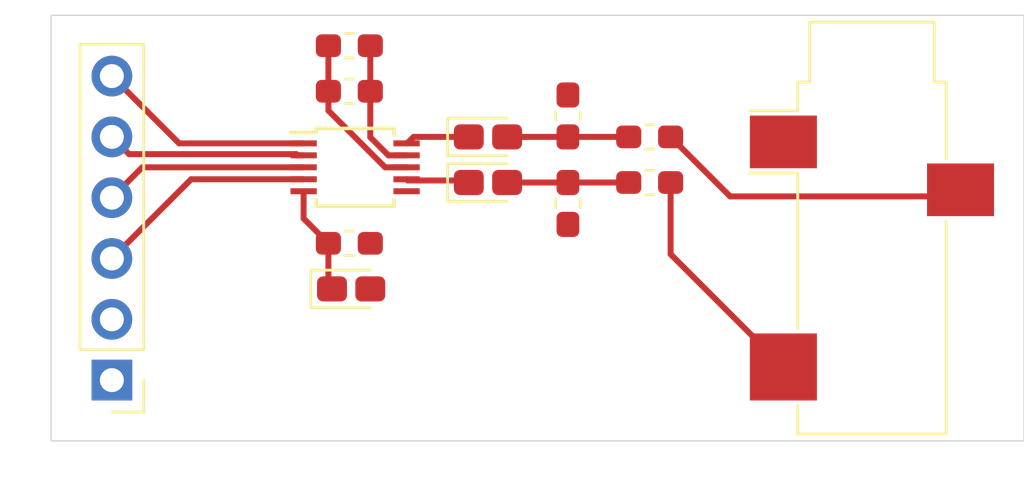
<source format=kicad_pcb>
(kicad_pcb (version 20171130) (host pcbnew 5.1.6-c6e7f7d~87~ubuntu20.04.1)

  (general
    (thickness 1.6)
    (drawings 4)
    (tracks 37)
    (zones 0)
    (modules 13)
    (nets 15)
  )

  (page A4)
  (layers
    (0 F.Cu signal)
    (31 B.Cu signal)
    (32 B.Adhes user)
    (33 F.Adhes user)
    (34 B.Paste user)
    (35 F.Paste user)
    (36 B.SilkS user)
    (37 F.SilkS user)
    (38 B.Mask user)
    (39 F.Mask user)
    (40 Dwgs.User user)
    (41 Cmts.User user hide)
    (42 Eco1.User user)
    (43 Eco2.User user)
    (44 Edge.Cuts user)
    (45 Margin user)
    (46 B.CrtYd user)
    (47 F.CrtYd user)
    (48 B.Fab user)
    (49 F.Fab user)
  )

  (setup
    (last_trace_width 0.25)
    (trace_clearance 0.2)
    (zone_clearance 0.508)
    (zone_45_only no)
    (trace_min 0.2)
    (via_size 0.8)
    (via_drill 0.4)
    (via_min_size 0.4)
    (via_min_drill 0.3)
    (uvia_size 0.3)
    (uvia_drill 0.1)
    (uvias_allowed no)
    (uvia_min_size 0.2)
    (uvia_min_drill 0.1)
    (edge_width 0.05)
    (segment_width 0.2)
    (pcb_text_width 0.3)
    (pcb_text_size 1.5 1.5)
    (mod_edge_width 0.12)
    (mod_text_size 1 1)
    (mod_text_width 0.15)
    (pad_size 1.524 1.524)
    (pad_drill 0.762)
    (pad_to_mask_clearance 0.05)
    (aux_axis_origin 0 0)
    (visible_elements FFFFFF7F)
    (pcbplotparams
      (layerselection 0x010fc_ffffffff)
      (usegerberextensions false)
      (usegerberattributes true)
      (usegerberadvancedattributes true)
      (creategerberjobfile true)
      (excludeedgelayer true)
      (linewidth 0.100000)
      (plotframeref false)
      (viasonmask false)
      (mode 1)
      (useauxorigin false)
      (hpglpennumber 1)
      (hpglpenspeed 20)
      (hpglpendiameter 15.000000)
      (psnegative false)
      (psa4output false)
      (plotreference true)
      (plotvalue true)
      (plotinvisibletext false)
      (padsonsilk false)
      (subtractmaskfromsilk false)
      (outputformat 1)
      (mirror false)
      (drillshape 1)
      (scaleselection 1)
      (outputdirectory ""))
  )

  (net 0 "")
  (net 1 "Net-(C1-Pad1)")
  (net 2 GND)
  (net 3 VCC)
  (net 4 /AOUTR)
  (net 5 "Net-(C5-Pad2)")
  (net 6 "Net-(C6-Pad2)")
  (net 7 /AOUTL)
  (net 8 /MCLK)
  (net 9 /LRCLK)
  (net 10 /SCLK)
  (net 11 /SDIN)
  (net 12 "Net-(J2-PadR)")
  (net 13 "Net-(J2-PadT)")
  (net 14 "Net-(U1-Pad6)")

  (net_class Default "This is the default net class."
    (clearance 0.2)
    (trace_width 0.25)
    (via_dia 0.8)
    (via_drill 0.4)
    (uvia_dia 0.3)
    (uvia_drill 0.1)
    (add_net /AOUTL)
    (add_net /AOUTR)
    (add_net /LRCLK)
    (add_net /MCLK)
    (add_net /SCLK)
    (add_net /SDIN)
    (add_net GND)
    (add_net "Net-(C1-Pad1)")
    (add_net "Net-(C5-Pad2)")
    (add_net "Net-(C6-Pad2)")
    (add_net "Net-(J2-PadR)")
    (add_net "Net-(J2-PadT)")
    (add_net "Net-(U1-Pad6)")
    (add_net VCC)
  )

  (module Capacitor_SMD:C_0603_1608Metric_Pad1.05x0.95mm_HandSolder (layer F.Cu) (tedit 5B301BBE) (tstamp 5F1566BF)
    (at 142 92.075)
    (descr "Capacitor SMD 0603 (1608 Metric), square (rectangular) end terminal, IPC_7351 nominal with elongated pad for handsoldering. (Body size source: http://www.tortai-tech.com/upload/download/2011102023233369053.pdf), generated with kicad-footprint-generator")
    (tags "capacitor handsolder")
    (path /5F174095)
    (attr smd)
    (fp_text reference C1 (at 0 -1.43) (layer Cmts.User)
      (effects (font (size 1 1) (thickness 0.15)))
    )
    (fp_text value 0.1uF (at 0 1.43) (layer F.Fab)
      (effects (font (size 1 1) (thickness 0.15)))
    )
    (fp_line (start 1.65 0.73) (end -1.65 0.73) (layer F.CrtYd) (width 0.05))
    (fp_line (start 1.65 -0.73) (end 1.65 0.73) (layer F.CrtYd) (width 0.05))
    (fp_line (start -1.65 -0.73) (end 1.65 -0.73) (layer F.CrtYd) (width 0.05))
    (fp_line (start -1.65 0.73) (end -1.65 -0.73) (layer F.CrtYd) (width 0.05))
    (fp_line (start -0.171267 0.51) (end 0.171267 0.51) (layer F.SilkS) (width 0.12))
    (fp_line (start -0.171267 -0.51) (end 0.171267 -0.51) (layer F.SilkS) (width 0.12))
    (fp_line (start 0.8 0.4) (end -0.8 0.4) (layer F.Fab) (width 0.1))
    (fp_line (start 0.8 -0.4) (end 0.8 0.4) (layer F.Fab) (width 0.1))
    (fp_line (start -0.8 -0.4) (end 0.8 -0.4) (layer F.Fab) (width 0.1))
    (fp_line (start -0.8 0.4) (end -0.8 -0.4) (layer F.Fab) (width 0.1))
    (fp_text user %R (at 0 0) (layer F.Fab)
      (effects (font (size 0.4 0.4) (thickness 0.06)))
    )
    (pad 1 smd roundrect (at -0.875 0) (size 1.05 0.95) (layers F.Cu F.Paste F.Mask) (roundrect_rratio 0.25)
      (net 1 "Net-(C1-Pad1)"))
    (pad 2 smd roundrect (at 0.875 0) (size 1.05 0.95) (layers F.Cu F.Paste F.Mask) (roundrect_rratio 0.25)
      (net 2 GND))
    (model ${KISYS3DMOD}/Capacitor_SMD.3dshapes/C_0603_1608Metric.wrl
      (at (xyz 0 0 0))
      (scale (xyz 1 1 1))
      (rotate (xyz 0 0 0))
    )
  )

  (module Capacitor_Tantalum_SMD:CP_EIA-1608-08_AVX-J_Pad1.25x1.05mm_HandSolder (layer F.Cu) (tedit 5B301BBE) (tstamp 5F156E77)
    (at 142.075 93.98)
    (descr "Tantalum Capacitor SMD AVX-J (1608-08 Metric), IPC_7351 nominal, (Body size from: https://www.vishay.com/docs/48064/_t58_vmn_pt0471_1601.pdf), generated with kicad-footprint-generator")
    (tags "capacitor tantalum")
    (path /5F17514B)
    (attr smd)
    (fp_text reference C2 (at 0 -1.48) (layer Cmts.User)
      (effects (font (size 1 1) (thickness 0.15)))
    )
    (fp_text value 3.3uF (at 0 1.48) (layer F.Fab)
      (effects (font (size 1 1) (thickness 0.15)))
    )
    (fp_line (start 1.68 0.78) (end -1.68 0.78) (layer F.CrtYd) (width 0.05))
    (fp_line (start 1.68 -0.78) (end 1.68 0.78) (layer F.CrtYd) (width 0.05))
    (fp_line (start -1.68 -0.78) (end 1.68 -0.78) (layer F.CrtYd) (width 0.05))
    (fp_line (start -1.68 0.78) (end -1.68 -0.78) (layer F.CrtYd) (width 0.05))
    (fp_line (start -1.685 0.785) (end 0.8 0.785) (layer F.SilkS) (width 0.12))
    (fp_line (start -1.685 -0.785) (end -1.685 0.785) (layer F.SilkS) (width 0.12))
    (fp_line (start 0.8 -0.785) (end -1.685 -0.785) (layer F.SilkS) (width 0.12))
    (fp_line (start 0.8 0.425) (end 0.8 -0.425) (layer F.Fab) (width 0.1))
    (fp_line (start -0.8 0.425) (end 0.8 0.425) (layer F.Fab) (width 0.1))
    (fp_line (start -0.8 -0.125) (end -0.8 0.425) (layer F.Fab) (width 0.1))
    (fp_line (start -0.5 -0.425) (end -0.8 -0.125) (layer F.Fab) (width 0.1))
    (fp_line (start 0.8 -0.425) (end -0.5 -0.425) (layer F.Fab) (width 0.1))
    (fp_text user %R (at 0 0) (layer F.Fab)
      (effects (font (size 0.4 0.4) (thickness 0.06)))
    )
    (pad 1 smd roundrect (at -0.8 0) (size 1.25 1.05) (layers F.Cu F.Paste F.Mask) (roundrect_rratio 0.238095)
      (net 1 "Net-(C1-Pad1)"))
    (pad 2 smd roundrect (at 0.8 0) (size 1.25 1.05) (layers F.Cu F.Paste F.Mask) (roundrect_rratio 0.238095)
      (net 2 GND))
    (model ${KISYS3DMOD}/Capacitor_Tantalum_SMD.3dshapes/CP_EIA-1608-08_AVX-J.wrl
      (at (xyz 0 0 0))
      (scale (xyz 1 1 1))
      (rotate (xyz 0 0 0))
    )
  )

  (module Capacitor_SMD:C_0603_1608Metric_Pad1.05x0.95mm_HandSolder (layer F.Cu) (tedit 5B301BBE) (tstamp 5F1566E3)
    (at 142 85.725)
    (descr "Capacitor SMD 0603 (1608 Metric), square (rectangular) end terminal, IPC_7351 nominal with elongated pad for handsoldering. (Body size source: http://www.tortai-tech.com/upload/download/2011102023233369053.pdf), generated with kicad-footprint-generator")
    (tags "capacitor handsolder")
    (path /5F16AD7C)
    (attr smd)
    (fp_text reference C3 (at 0 -1.43) (layer Cmts.User)
      (effects (font (size 1 1) (thickness 0.15)))
    )
    (fp_text value 1uF (at 0 1.43) (layer F.Fab)
      (effects (font (size 1 1) (thickness 0.15)))
    )
    (fp_text user %R (at 0 0) (layer F.Fab)
      (effects (font (size 0.4 0.4) (thickness 0.06)))
    )
    (fp_line (start -0.8 0.4) (end -0.8 -0.4) (layer F.Fab) (width 0.1))
    (fp_line (start -0.8 -0.4) (end 0.8 -0.4) (layer F.Fab) (width 0.1))
    (fp_line (start 0.8 -0.4) (end 0.8 0.4) (layer F.Fab) (width 0.1))
    (fp_line (start 0.8 0.4) (end -0.8 0.4) (layer F.Fab) (width 0.1))
    (fp_line (start -0.171267 -0.51) (end 0.171267 -0.51) (layer F.SilkS) (width 0.12))
    (fp_line (start -0.171267 0.51) (end 0.171267 0.51) (layer F.SilkS) (width 0.12))
    (fp_line (start -1.65 0.73) (end -1.65 -0.73) (layer F.CrtYd) (width 0.05))
    (fp_line (start -1.65 -0.73) (end 1.65 -0.73) (layer F.CrtYd) (width 0.05))
    (fp_line (start 1.65 -0.73) (end 1.65 0.73) (layer F.CrtYd) (width 0.05))
    (fp_line (start 1.65 0.73) (end -1.65 0.73) (layer F.CrtYd) (width 0.05))
    (pad 2 smd roundrect (at 0.875 0) (size 1.05 0.95) (layers F.Cu F.Paste F.Mask) (roundrect_rratio 0.25)
      (net 3 VCC))
    (pad 1 smd roundrect (at -0.875 0) (size 1.05 0.95) (layers F.Cu F.Paste F.Mask) (roundrect_rratio 0.25)
      (net 2 GND))
    (model ${KISYS3DMOD}/Capacitor_SMD.3dshapes/C_0603_1608Metric.wrl
      (at (xyz 0 0 0))
      (scale (xyz 1 1 1))
      (rotate (xyz 0 0 0))
    )
  )

  (module Capacitor_SMD:C_0603_1608Metric_Pad1.05x0.95mm_HandSolder (layer F.Cu) (tedit 5B301BBE) (tstamp 5F156D39)
    (at 142 83.82)
    (descr "Capacitor SMD 0603 (1608 Metric), square (rectangular) end terminal, IPC_7351 nominal with elongated pad for handsoldering. (Body size source: http://www.tortai-tech.com/upload/download/2011102023233369053.pdf), generated with kicad-footprint-generator")
    (tags "capacitor handsolder")
    (path /5F16A7D6)
    (attr smd)
    (fp_text reference C4 (at 0 -1.43) (layer Cmts.User)
      (effects (font (size 1 1) (thickness 0.15)))
    )
    (fp_text value 0.1uF (at 0 1.43) (layer F.Fab)
      (effects (font (size 1 1) (thickness 0.15)))
    )
    (fp_line (start 1.65 0.73) (end -1.65 0.73) (layer F.CrtYd) (width 0.05))
    (fp_line (start 1.65 -0.73) (end 1.65 0.73) (layer F.CrtYd) (width 0.05))
    (fp_line (start -1.65 -0.73) (end 1.65 -0.73) (layer F.CrtYd) (width 0.05))
    (fp_line (start -1.65 0.73) (end -1.65 -0.73) (layer F.CrtYd) (width 0.05))
    (fp_line (start -0.171267 0.51) (end 0.171267 0.51) (layer F.SilkS) (width 0.12))
    (fp_line (start -0.171267 -0.51) (end 0.171267 -0.51) (layer F.SilkS) (width 0.12))
    (fp_line (start 0.8 0.4) (end -0.8 0.4) (layer F.Fab) (width 0.1))
    (fp_line (start 0.8 -0.4) (end 0.8 0.4) (layer F.Fab) (width 0.1))
    (fp_line (start -0.8 -0.4) (end 0.8 -0.4) (layer F.Fab) (width 0.1))
    (fp_line (start -0.8 0.4) (end -0.8 -0.4) (layer F.Fab) (width 0.1))
    (fp_text user %R (at 0 0) (layer F.Fab)
      (effects (font (size 0.4 0.4) (thickness 0.06)))
    )
    (pad 1 smd roundrect (at -0.875 0) (size 1.05 0.95) (layers F.Cu F.Paste F.Mask) (roundrect_rratio 0.25)
      (net 2 GND))
    (pad 2 smd roundrect (at 0.875 0) (size 1.05 0.95) (layers F.Cu F.Paste F.Mask) (roundrect_rratio 0.25)
      (net 3 VCC))
    (model ${KISYS3DMOD}/Capacitor_SMD.3dshapes/C_0603_1608Metric.wrl
      (at (xyz 0 0 0))
      (scale (xyz 1 1 1))
      (rotate (xyz 0 0 0))
    )
  )

  (module Capacitor_Tantalum_SMD:CP_EIA-1608-08_AVX-J_Pad1.25x1.05mm_HandSolder (layer F.Cu) (tedit 5B301BBE) (tstamp 5F156707)
    (at 147.79 87.63)
    (descr "Tantalum Capacitor SMD AVX-J (1608-08 Metric), IPC_7351 nominal, (Body size from: https://www.vishay.com/docs/48064/_t58_vmn_pt0471_1601.pdf), generated with kicad-footprint-generator")
    (tags "capacitor tantalum")
    (path /5F1527C1)
    (attr smd)
    (fp_text reference C5 (at 0 -1.48) (layer Cmts.User)
      (effects (font (size 1 1) (thickness 0.15)))
    )
    (fp_text value 3.3uF (at 0 1.48) (layer F.Fab)
      (effects (font (size 1 1) (thickness 0.15)))
    )
    (fp_line (start 1.68 0.78) (end -1.68 0.78) (layer F.CrtYd) (width 0.05))
    (fp_line (start 1.68 -0.78) (end 1.68 0.78) (layer F.CrtYd) (width 0.05))
    (fp_line (start -1.68 -0.78) (end 1.68 -0.78) (layer F.CrtYd) (width 0.05))
    (fp_line (start -1.68 0.78) (end -1.68 -0.78) (layer F.CrtYd) (width 0.05))
    (fp_line (start -1.685 0.785) (end 0.8 0.785) (layer F.SilkS) (width 0.12))
    (fp_line (start -1.685 -0.785) (end -1.685 0.785) (layer F.SilkS) (width 0.12))
    (fp_line (start 0.8 -0.785) (end -1.685 -0.785) (layer F.SilkS) (width 0.12))
    (fp_line (start 0.8 0.425) (end 0.8 -0.425) (layer F.Fab) (width 0.1))
    (fp_line (start -0.8 0.425) (end 0.8 0.425) (layer F.Fab) (width 0.1))
    (fp_line (start -0.8 -0.125) (end -0.8 0.425) (layer F.Fab) (width 0.1))
    (fp_line (start -0.5 -0.425) (end -0.8 -0.125) (layer F.Fab) (width 0.1))
    (fp_line (start 0.8 -0.425) (end -0.5 -0.425) (layer F.Fab) (width 0.1))
    (fp_text user %R (at 0 0) (layer F.Fab)
      (effects (font (size 0.4 0.4) (thickness 0.06)))
    )
    (pad 1 smd roundrect (at -0.8 0) (size 1.25 1.05) (layers F.Cu F.Paste F.Mask) (roundrect_rratio 0.238095)
      (net 4 /AOUTR))
    (pad 2 smd roundrect (at 0.8 0) (size 1.25 1.05) (layers F.Cu F.Paste F.Mask) (roundrect_rratio 0.238095)
      (net 5 "Net-(C5-Pad2)"))
    (model ${KISYS3DMOD}/Capacitor_Tantalum_SMD.3dshapes/CP_EIA-1608-08_AVX-J.wrl
      (at (xyz 0 0 0))
      (scale (xyz 1 1 1))
      (rotate (xyz 0 0 0))
    )
  )

  (module Capacitor_Tantalum_SMD:CP_EIA-1608-08_AVX-J_Pad1.25x1.05mm_HandSolder (layer F.Cu) (tedit 5B301BBE) (tstamp 5F15671A)
    (at 147.79 89.535)
    (descr "Tantalum Capacitor SMD AVX-J (1608-08 Metric), IPC_7351 nominal, (Body size from: https://www.vishay.com/docs/48064/_t58_vmn_pt0471_1601.pdf), generated with kicad-footprint-generator")
    (tags "capacitor tantalum")
    (path /5F15353D)
    (attr smd)
    (fp_text reference C6 (at 0 -1.48) (layer Cmts.User)
      (effects (font (size 1 1) (thickness 0.15)))
    )
    (fp_text value 3.3uF (at 0 1.48) (layer F.Fab)
      (effects (font (size 1 1) (thickness 0.15)))
    )
    (fp_text user %R (at 0 0) (layer F.Fab)
      (effects (font (size 0.4 0.4) (thickness 0.06)))
    )
    (fp_line (start 0.8 -0.425) (end -0.5 -0.425) (layer F.Fab) (width 0.1))
    (fp_line (start -0.5 -0.425) (end -0.8 -0.125) (layer F.Fab) (width 0.1))
    (fp_line (start -0.8 -0.125) (end -0.8 0.425) (layer F.Fab) (width 0.1))
    (fp_line (start -0.8 0.425) (end 0.8 0.425) (layer F.Fab) (width 0.1))
    (fp_line (start 0.8 0.425) (end 0.8 -0.425) (layer F.Fab) (width 0.1))
    (fp_line (start 0.8 -0.785) (end -1.685 -0.785) (layer F.SilkS) (width 0.12))
    (fp_line (start -1.685 -0.785) (end -1.685 0.785) (layer F.SilkS) (width 0.12))
    (fp_line (start -1.685 0.785) (end 0.8 0.785) (layer F.SilkS) (width 0.12))
    (fp_line (start -1.68 0.78) (end -1.68 -0.78) (layer F.CrtYd) (width 0.05))
    (fp_line (start -1.68 -0.78) (end 1.68 -0.78) (layer F.CrtYd) (width 0.05))
    (fp_line (start 1.68 -0.78) (end 1.68 0.78) (layer F.CrtYd) (width 0.05))
    (fp_line (start 1.68 0.78) (end -1.68 0.78) (layer F.CrtYd) (width 0.05))
    (pad 2 smd roundrect (at 0.8 0) (size 1.25 1.05) (layers F.Cu F.Paste F.Mask) (roundrect_rratio 0.238095)
      (net 6 "Net-(C6-Pad2)"))
    (pad 1 smd roundrect (at -0.8 0) (size 1.25 1.05) (layers F.Cu F.Paste F.Mask) (roundrect_rratio 0.238095)
      (net 7 /AOUTL))
    (model ${KISYS3DMOD}/Capacitor_Tantalum_SMD.3dshapes/CP_EIA-1608-08_AVX-J.wrl
      (at (xyz 0 0 0))
      (scale (xyz 1 1 1))
      (rotate (xyz 0 0 0))
    )
  )

  (module Connector_PinHeader_2.54mm:PinHeader_1x06_P2.54mm_Vertical (layer F.Cu) (tedit 59FED5CC) (tstamp 5F157603)
    (at 132.08 97.79 180)
    (descr "Through hole straight pin header, 1x06, 2.54mm pitch, single row")
    (tags "Through hole pin header THT 1x06 2.54mm single row")
    (path /5F183071)
    (fp_text reference J1 (at 0 -2.33) (layer Cmts.User)
      (effects (font (size 1 1) (thickness 0.15)))
    )
    (fp_text value Conn_01x06 (at 0 15.03) (layer F.Fab)
      (effects (font (size 1 1) (thickness 0.15)))
    )
    (fp_line (start 1.8 -1.8) (end -1.8 -1.8) (layer F.CrtYd) (width 0.05))
    (fp_line (start 1.8 14.5) (end 1.8 -1.8) (layer F.CrtYd) (width 0.05))
    (fp_line (start -1.8 14.5) (end 1.8 14.5) (layer F.CrtYd) (width 0.05))
    (fp_line (start -1.8 -1.8) (end -1.8 14.5) (layer F.CrtYd) (width 0.05))
    (fp_line (start -1.33 -1.33) (end 0 -1.33) (layer F.SilkS) (width 0.12))
    (fp_line (start -1.33 0) (end -1.33 -1.33) (layer F.SilkS) (width 0.12))
    (fp_line (start -1.33 1.27) (end 1.33 1.27) (layer F.SilkS) (width 0.12))
    (fp_line (start 1.33 1.27) (end 1.33 14.03) (layer F.SilkS) (width 0.12))
    (fp_line (start -1.33 1.27) (end -1.33 14.03) (layer F.SilkS) (width 0.12))
    (fp_line (start -1.33 14.03) (end 1.33 14.03) (layer F.SilkS) (width 0.12))
    (fp_line (start -1.27 -0.635) (end -0.635 -1.27) (layer F.Fab) (width 0.1))
    (fp_line (start -1.27 13.97) (end -1.27 -0.635) (layer F.Fab) (width 0.1))
    (fp_line (start 1.27 13.97) (end -1.27 13.97) (layer F.Fab) (width 0.1))
    (fp_line (start 1.27 -1.27) (end 1.27 13.97) (layer F.Fab) (width 0.1))
    (fp_line (start -0.635 -1.27) (end 1.27 -1.27) (layer F.Fab) (width 0.1))
    (fp_text user %R (at 0 6.35 90) (layer F.Fab)
      (effects (font (size 1 1) (thickness 0.15)))
    )
    (pad 1 thru_hole rect (at 0 0 180) (size 1.7 1.7) (drill 1) (layers *.Cu *.Mask)
      (net 3 VCC))
    (pad 2 thru_hole oval (at 0 2.54 180) (size 1.7 1.7) (drill 1) (layers *.Cu *.Mask)
      (net 2 GND))
    (pad 3 thru_hole oval (at 0 5.08 180) (size 1.7 1.7) (drill 1) (layers *.Cu *.Mask)
      (net 8 /MCLK))
    (pad 4 thru_hole oval (at 0 7.62 180) (size 1.7 1.7) (drill 1) (layers *.Cu *.Mask)
      (net 9 /LRCLK))
    (pad 5 thru_hole oval (at 0 10.16 180) (size 1.7 1.7) (drill 1) (layers *.Cu *.Mask)
      (net 10 /SCLK))
    (pad 6 thru_hole oval (at 0 12.7 180) (size 1.7 1.7) (drill 1) (layers *.Cu *.Mask)
      (net 11 /SDIN))
    (model ${KISYS3DMOD}/Connector_PinHeader_2.54mm.3dshapes/PinHeader_1x06_P2.54mm_Vertical.wrl
      (at (xyz 0 0 0))
      (scale (xyz 1 1 1))
      (rotate (xyz 0 0 0))
    )
  )

  (module Connector_Audio:Jack_3.5mm_CUI_SJ-3523-SMT_Horizontal (layer F.Cu) (tedit 5C635420) (tstamp 5F156757)
    (at 163.83 91.44)
    (descr "3.5 mm, Stereo, Right Angle, Surface Mount (SMT), Audio Jack Connector (https://www.cui.com/product/resource/sj-352x-smt-series.pdf)")
    (tags "3.5mm audio cui horizontal jack stereo")
    (path /5F151744)
    (attr smd)
    (fp_text reference J2 (at 0 -9.9) (layer Cmts.User)
      (effects (font (size 1 1) (thickness 0.15)))
    )
    (fp_text value AudioJack3 (at 0 10.35) (layer F.Fab)
      (effects (font (size 1 1) (thickness 0.15)))
    )
    (fp_line (start -3.1 -2.3) (end -5.1 -2.3) (layer F.SilkS) (width 0.12))
    (fp_line (start -3.1 -4.9) (end -5.1 -4.9) (layer F.SilkS) (width 0.12))
    (fp_line (start -3.1 4.2) (end -3.1 -2.3) (layer F.SilkS) (width 0.12))
    (fp_line (start -3.1 8.6) (end -3.1 7.4) (layer F.SilkS) (width 0.12))
    (fp_line (start 3.1 8.6) (end -3.1 8.6) (layer F.SilkS) (width 0.12))
    (fp_line (start 3.1 -0.3) (end 3.1 8.6) (layer F.SilkS) (width 0.12))
    (fp_line (start 3.1 -6.1) (end 3.1 -2.9) (layer F.SilkS) (width 0.12))
    (fp_line (start 2.6 -6.1) (end 3.1 -6.1) (layer F.SilkS) (width 0.12))
    (fp_line (start 2.6 -8.6) (end 2.6 -6.1) (layer F.SilkS) (width 0.12))
    (fp_line (start -2.6 -8.6) (end 2.6 -8.6) (layer F.SilkS) (width 0.12))
    (fp_line (start -2.6 -6.1) (end -2.6 -8.6) (layer F.SilkS) (width 0.12))
    (fp_line (start -3.1 -6.1) (end -2.6 -6.1) (layer F.SilkS) (width 0.12))
    (fp_line (start -3.1 -4.9) (end -3.1 -6.1) (layer F.SilkS) (width 0.12))
    (fp_line (start -5.6 -9) (end 5.6 -9) (layer F.CrtYd) (width 0.05))
    (fp_line (start -5.6 9) (end -5.6 -9) (layer F.CrtYd) (width 0.05))
    (fp_line (start 5.6 9) (end -5.6 9) (layer F.CrtYd) (width 0.05))
    (fp_line (start 5.6 -9) (end 5.6 9) (layer F.CrtYd) (width 0.05))
    (fp_line (start 2.5 -6) (end 3 -6) (layer F.Fab) (width 0.1))
    (fp_line (start 2.5 -8.5) (end 2.5 -6) (layer F.Fab) (width 0.1))
    (fp_line (start -2.5 -8.5) (end 2.5 -8.5) (layer F.Fab) (width 0.1))
    (fp_line (start -2.5 -6) (end -2.5 -8.5) (layer F.Fab) (width 0.1))
    (fp_line (start -3 -6) (end -2.5 -6) (layer F.Fab) (width 0.1))
    (fp_line (start -3 8.5) (end -3 -6) (layer F.Fab) (width 0.1))
    (fp_line (start 3 8.5) (end -3 8.5) (layer F.Fab) (width 0.1))
    (fp_line (start 3 -6) (end 3 8.5) (layer F.Fab) (width 0.1))
    (fp_text user %R (at 0 0) (layer F.Fab)
      (effects (font (size 1 1) (thickness 0.15)))
    )
    (pad R smd rect (at 3.7 -1.6) (size 2.8 2.2) (layers F.Cu F.Paste F.Mask)
      (net 12 "Net-(J2-PadR)"))
    (pad S smd rect (at -3.7 -3.6) (size 2.8 2.2) (layers F.Cu F.Paste F.Mask)
      (net 2 GND))
    (pad T smd rect (at -3.7 5.8) (size 2.8 2.8) (layers F.Cu F.Paste F.Mask)
      (net 13 "Net-(J2-PadT)"))
    (pad "" np_thru_hole circle (at 0 -2.5) (size 1.7 1.7) (drill 1.7) (layers *.Cu *.Mask))
    (pad "" np_thru_hole circle (at 0 4.5) (size 1.7 1.7) (drill 1.7) (layers *.Cu *.Mask))
    (model ${KISYS3DMOD}/Connector_Audio.3dshapes/Jack_3.5mm_CUI_SJ-3523-SMT_Horizontal.wrl
      (at (xyz 0 0 0))
      (scale (xyz 1 1 1))
      (rotate (xyz 0 0 0))
    )
  )

  (module Resistor_SMD:R_0603_1608Metric_Pad1.05x0.95mm_HandSolder (layer F.Cu) (tedit 5B301BBD) (tstamp 5F156768)
    (at 151.13 86.755 90)
    (descr "Resistor SMD 0603 (1608 Metric), square (rectangular) end terminal, IPC_7351 nominal with elongated pad for handsoldering. (Body size source: http://www.tortai-tech.com/upload/download/2011102023233369053.pdf), generated with kicad-footprint-generator")
    (tags "resistor handsolder")
    (path /5F1543BC)
    (attr smd)
    (fp_text reference R1 (at 0 -1.43 90) (layer Cmts.User)
      (effects (font (size 1 1) (thickness 0.15)))
    )
    (fp_text value 10k (at 0 1.43 90) (layer F.Fab)
      (effects (font (size 1 1) (thickness 0.15)))
    )
    (fp_line (start 1.65 0.73) (end -1.65 0.73) (layer F.CrtYd) (width 0.05))
    (fp_line (start 1.65 -0.73) (end 1.65 0.73) (layer F.CrtYd) (width 0.05))
    (fp_line (start -1.65 -0.73) (end 1.65 -0.73) (layer F.CrtYd) (width 0.05))
    (fp_line (start -1.65 0.73) (end -1.65 -0.73) (layer F.CrtYd) (width 0.05))
    (fp_line (start -0.171267 0.51) (end 0.171267 0.51) (layer F.SilkS) (width 0.12))
    (fp_line (start -0.171267 -0.51) (end 0.171267 -0.51) (layer F.SilkS) (width 0.12))
    (fp_line (start 0.8 0.4) (end -0.8 0.4) (layer F.Fab) (width 0.1))
    (fp_line (start 0.8 -0.4) (end 0.8 0.4) (layer F.Fab) (width 0.1))
    (fp_line (start -0.8 -0.4) (end 0.8 -0.4) (layer F.Fab) (width 0.1))
    (fp_line (start -0.8 0.4) (end -0.8 -0.4) (layer F.Fab) (width 0.1))
    (fp_text user %R (at 0 0 90) (layer F.Fab)
      (effects (font (size 0.4 0.4) (thickness 0.06)))
    )
    (pad 1 smd roundrect (at -0.875 0 90) (size 1.05 0.95) (layers F.Cu F.Paste F.Mask) (roundrect_rratio 0.25)
      (net 5 "Net-(C5-Pad2)"))
    (pad 2 smd roundrect (at 0.875 0 90) (size 1.05 0.95) (layers F.Cu F.Paste F.Mask) (roundrect_rratio 0.25)
      (net 2 GND))
    (model ${KISYS3DMOD}/Resistor_SMD.3dshapes/R_0603_1608Metric.wrl
      (at (xyz 0 0 0))
      (scale (xyz 1 1 1))
      (rotate (xyz 0 0 0))
    )
  )

  (module Resistor_SMD:R_0603_1608Metric_Pad1.05x0.95mm_HandSolder (layer F.Cu) (tedit 5B301BBD) (tstamp 5F156779)
    (at 151.13 90.41 270)
    (descr "Resistor SMD 0603 (1608 Metric), square (rectangular) end terminal, IPC_7351 nominal with elongated pad for handsoldering. (Body size source: http://www.tortai-tech.com/upload/download/2011102023233369053.pdf), generated with kicad-footprint-generator")
    (tags "resistor handsolder")
    (path /5F154908)
    (attr smd)
    (fp_text reference R2 (at 0 -1.43 90) (layer Cmts.User)
      (effects (font (size 1 1) (thickness 0.15)))
    )
    (fp_text value 10k (at 0 1.43 90) (layer F.Fab)
      (effects (font (size 1 1) (thickness 0.15)))
    )
    (fp_text user %R (at 0 0 90) (layer F.Fab)
      (effects (font (size 0.4 0.4) (thickness 0.06)))
    )
    (fp_line (start -0.8 0.4) (end -0.8 -0.4) (layer F.Fab) (width 0.1))
    (fp_line (start -0.8 -0.4) (end 0.8 -0.4) (layer F.Fab) (width 0.1))
    (fp_line (start 0.8 -0.4) (end 0.8 0.4) (layer F.Fab) (width 0.1))
    (fp_line (start 0.8 0.4) (end -0.8 0.4) (layer F.Fab) (width 0.1))
    (fp_line (start -0.171267 -0.51) (end 0.171267 -0.51) (layer F.SilkS) (width 0.12))
    (fp_line (start -0.171267 0.51) (end 0.171267 0.51) (layer F.SilkS) (width 0.12))
    (fp_line (start -1.65 0.73) (end -1.65 -0.73) (layer F.CrtYd) (width 0.05))
    (fp_line (start -1.65 -0.73) (end 1.65 -0.73) (layer F.CrtYd) (width 0.05))
    (fp_line (start 1.65 -0.73) (end 1.65 0.73) (layer F.CrtYd) (width 0.05))
    (fp_line (start 1.65 0.73) (end -1.65 0.73) (layer F.CrtYd) (width 0.05))
    (pad 2 smd roundrect (at 0.875 0 270) (size 1.05 0.95) (layers F.Cu F.Paste F.Mask) (roundrect_rratio 0.25)
      (net 2 GND))
    (pad 1 smd roundrect (at -0.875 0 270) (size 1.05 0.95) (layers F.Cu F.Paste F.Mask) (roundrect_rratio 0.25)
      (net 6 "Net-(C6-Pad2)"))
    (model ${KISYS3DMOD}/Resistor_SMD.3dshapes/R_0603_1608Metric.wrl
      (at (xyz 0 0 0))
      (scale (xyz 1 1 1))
      (rotate (xyz 0 0 0))
    )
  )

  (module Resistor_SMD:R_0603_1608Metric_Pad1.05x0.95mm_HandSolder (layer F.Cu) (tedit 5B301BBD) (tstamp 5F15678A)
    (at 154.545 87.63 180)
    (descr "Resistor SMD 0603 (1608 Metric), square (rectangular) end terminal, IPC_7351 nominal with elongated pad for handsoldering. (Body size source: http://www.tortai-tech.com/upload/download/2011102023233369053.pdf), generated with kicad-footprint-generator")
    (tags "resistor handsolder")
    (path /5F154C95)
    (attr smd)
    (fp_text reference R3 (at 0 -1.43) (layer Cmts.User)
      (effects (font (size 1 1) (thickness 0.15)))
    )
    (fp_text value 470 (at 0 1.43) (layer F.Fab)
      (effects (font (size 1 1) (thickness 0.15)))
    )
    (fp_line (start 1.65 0.73) (end -1.65 0.73) (layer F.CrtYd) (width 0.05))
    (fp_line (start 1.65 -0.73) (end 1.65 0.73) (layer F.CrtYd) (width 0.05))
    (fp_line (start -1.65 -0.73) (end 1.65 -0.73) (layer F.CrtYd) (width 0.05))
    (fp_line (start -1.65 0.73) (end -1.65 -0.73) (layer F.CrtYd) (width 0.05))
    (fp_line (start -0.171267 0.51) (end 0.171267 0.51) (layer F.SilkS) (width 0.12))
    (fp_line (start -0.171267 -0.51) (end 0.171267 -0.51) (layer F.SilkS) (width 0.12))
    (fp_line (start 0.8 0.4) (end -0.8 0.4) (layer F.Fab) (width 0.1))
    (fp_line (start 0.8 -0.4) (end 0.8 0.4) (layer F.Fab) (width 0.1))
    (fp_line (start -0.8 -0.4) (end 0.8 -0.4) (layer F.Fab) (width 0.1))
    (fp_line (start -0.8 0.4) (end -0.8 -0.4) (layer F.Fab) (width 0.1))
    (fp_text user %R (at 0 0) (layer F.Fab)
      (effects (font (size 0.4 0.4) (thickness 0.06)))
    )
    (pad 1 smd roundrect (at -0.875 0 180) (size 1.05 0.95) (layers F.Cu F.Paste F.Mask) (roundrect_rratio 0.25)
      (net 12 "Net-(J2-PadR)"))
    (pad 2 smd roundrect (at 0.875 0 180) (size 1.05 0.95) (layers F.Cu F.Paste F.Mask) (roundrect_rratio 0.25)
      (net 5 "Net-(C5-Pad2)"))
    (model ${KISYS3DMOD}/Resistor_SMD.3dshapes/R_0603_1608Metric.wrl
      (at (xyz 0 0 0))
      (scale (xyz 1 1 1))
      (rotate (xyz 0 0 0))
    )
  )

  (module Resistor_SMD:R_0603_1608Metric_Pad1.05x0.95mm_HandSolder (layer F.Cu) (tedit 5B301BBD) (tstamp 5F15679B)
    (at 154.545 89.535 180)
    (descr "Resistor SMD 0603 (1608 Metric), square (rectangular) end terminal, IPC_7351 nominal with elongated pad for handsoldering. (Body size source: http://www.tortai-tech.com/upload/download/2011102023233369053.pdf), generated with kicad-footprint-generator")
    (tags "resistor handsolder")
    (path /5F154EFE)
    (attr smd)
    (fp_text reference R4 (at 0 -1.43) (layer Cmts.User)
      (effects (font (size 1 1) (thickness 0.15)))
    )
    (fp_text value 470 (at 0 1.43 90) (layer F.Fab)
      (effects (font (size 1 1) (thickness 0.15)))
    )
    (fp_text user %R (at 0 0) (layer F.Fab)
      (effects (font (size 0.4 0.4) (thickness 0.06)))
    )
    (fp_line (start -0.8 0.4) (end -0.8 -0.4) (layer F.Fab) (width 0.1))
    (fp_line (start -0.8 -0.4) (end 0.8 -0.4) (layer F.Fab) (width 0.1))
    (fp_line (start 0.8 -0.4) (end 0.8 0.4) (layer F.Fab) (width 0.1))
    (fp_line (start 0.8 0.4) (end -0.8 0.4) (layer F.Fab) (width 0.1))
    (fp_line (start -0.171267 -0.51) (end 0.171267 -0.51) (layer F.SilkS) (width 0.12))
    (fp_line (start -0.171267 0.51) (end 0.171267 0.51) (layer F.SilkS) (width 0.12))
    (fp_line (start -1.65 0.73) (end -1.65 -0.73) (layer F.CrtYd) (width 0.05))
    (fp_line (start -1.65 -0.73) (end 1.65 -0.73) (layer F.CrtYd) (width 0.05))
    (fp_line (start 1.65 -0.73) (end 1.65 0.73) (layer F.CrtYd) (width 0.05))
    (fp_line (start 1.65 0.73) (end -1.65 0.73) (layer F.CrtYd) (width 0.05))
    (pad 2 smd roundrect (at 0.875 0 180) (size 1.05 0.95) (layers F.Cu F.Paste F.Mask) (roundrect_rratio 0.25)
      (net 6 "Net-(C6-Pad2)"))
    (pad 1 smd roundrect (at -0.875 0 180) (size 1.05 0.95) (layers F.Cu F.Paste F.Mask) (roundrect_rratio 0.25)
      (net 13 "Net-(J2-PadT)"))
    (model ${KISYS3DMOD}/Resistor_SMD.3dshapes/R_0603_1608Metric.wrl
      (at (xyz 0 0 0))
      (scale (xyz 1 1 1))
      (rotate (xyz 0 0 0))
    )
  )

  (module Package_SO:TSSOP-10_3x3mm_P0.5mm (layer F.Cu) (tedit 5A02F25C) (tstamp 5F1567BA)
    (at 142.24 88.9)
    (descr "TSSOP10: plastic thin shrink small outline package; 10 leads; body width 3 mm; (see NXP SSOP-TSSOP-VSO-REFLOW.pdf and sot552-1_po.pdf)")
    (tags "SSOP 0.5")
    (path /5F150BC0)
    (attr smd)
    (fp_text reference U1 (at 0 -2.55) (layer Cmts.User)
      (effects (font (size 1 1) (thickness 0.15)))
    )
    (fp_text value CS4344 (at 0 2.55) (layer F.Fab)
      (effects (font (size 1 1) (thickness 0.15)))
    )
    (fp_line (start -1.625 -1.45) (end -2.7 -1.45) (layer F.SilkS) (width 0.15))
    (fp_line (start -1.625 1.625) (end 1.625 1.625) (layer F.SilkS) (width 0.15))
    (fp_line (start -1.625 -1.625) (end 1.625 -1.625) (layer F.SilkS) (width 0.15))
    (fp_line (start -1.625 1.625) (end -1.625 1.35) (layer F.SilkS) (width 0.15))
    (fp_line (start 1.625 1.625) (end 1.625 1.35) (layer F.SilkS) (width 0.15))
    (fp_line (start 1.625 -1.625) (end 1.625 -1.35) (layer F.SilkS) (width 0.15))
    (fp_line (start -1.625 -1.625) (end -1.625 -1.45) (layer F.SilkS) (width 0.15))
    (fp_line (start -2.95 1.8) (end 2.95 1.8) (layer F.CrtYd) (width 0.05))
    (fp_line (start -2.95 -1.8) (end 2.95 -1.8) (layer F.CrtYd) (width 0.05))
    (fp_line (start 2.95 -1.8) (end 2.95 1.8) (layer F.CrtYd) (width 0.05))
    (fp_line (start -2.95 -1.8) (end -2.95 1.8) (layer F.CrtYd) (width 0.05))
    (fp_line (start -1.5 -0.5) (end -0.5 -1.5) (layer F.Fab) (width 0.15))
    (fp_line (start -1.5 1.5) (end -1.5 -0.5) (layer F.Fab) (width 0.15))
    (fp_line (start 1.5 1.5) (end -1.5 1.5) (layer F.Fab) (width 0.15))
    (fp_line (start 1.5 -1.5) (end 1.5 1.5) (layer F.Fab) (width 0.15))
    (fp_line (start -0.5 -1.5) (end 1.5 -1.5) (layer F.Fab) (width 0.15))
    (fp_text user %R (at 0 0) (layer F.Fab)
      (effects (font (size 0.6 0.6) (thickness 0.15)))
    )
    (pad 1 smd rect (at -2.15 -1) (size 1.1 0.25) (layers F.Cu F.Paste F.Mask)
      (net 11 /SDIN))
    (pad 2 smd rect (at -2.15 -0.5) (size 1.1 0.25) (layers F.Cu F.Paste F.Mask)
      (net 10 /SCLK))
    (pad 3 smd rect (at -2.15 0) (size 1.1 0.25) (layers F.Cu F.Paste F.Mask)
      (net 9 /LRCLK))
    (pad 4 smd rect (at -2.15 0.5) (size 1.1 0.25) (layers F.Cu F.Paste F.Mask)
      (net 8 /MCLK))
    (pad 5 smd rect (at -2.15 1) (size 1.1 0.25) (layers F.Cu F.Paste F.Mask)
      (net 1 "Net-(C1-Pad1)"))
    (pad 6 smd rect (at 2.15 1) (size 1.1 0.25) (layers F.Cu F.Paste F.Mask)
      (net 14 "Net-(U1-Pad6)"))
    (pad 7 smd rect (at 2.15 0.5) (size 1.1 0.25) (layers F.Cu F.Paste F.Mask)
      (net 7 /AOUTL))
    (pad 8 smd rect (at 2.15 0) (size 1.1 0.25) (layers F.Cu F.Paste F.Mask)
      (net 2 GND))
    (pad 9 smd rect (at 2.15 -0.5) (size 1.1 0.25) (layers F.Cu F.Paste F.Mask)
      (net 3 VCC))
    (pad 10 smd rect (at 2.15 -1) (size 1.1 0.25) (layers F.Cu F.Paste F.Mask)
      (net 4 /AOUTR))
    (model ${KISYS3DMOD}/Package_SO.3dshapes/TSSOP-10_3x3mm_P0.5mm.wrl
      (at (xyz 0 0 0))
      (scale (xyz 1 1 1))
      (rotate (xyz 0 0 0))
    )
  )

  (gr_line (start 129.54 100.33) (end 129.54 82.55) (layer Edge.Cuts) (width 0.05) (tstamp 5F1574FE))
  (gr_line (start 170.18 100.33) (end 129.54 100.33) (layer Edge.Cuts) (width 0.05))
  (gr_line (start 170.18 82.55) (end 170.18 100.33) (layer Edge.Cuts) (width 0.05))
  (gr_line (start 129.54 82.55) (end 170.18 82.55) (layer Edge.Cuts) (width 0.05))

  (segment (start 140.09 91.04) (end 141.125 92.075) (width 0.25) (layer F.Cu) (net 1))
  (segment (start 140.09 89.9) (end 140.09 91.04) (width 0.25) (layer F.Cu) (net 1))
  (segment (start 141.125 93.83) (end 141.275 93.98) (width 0.25) (layer F.Cu) (net 1))
  (segment (start 141.125 92.075) (end 141.125 93.83) (width 0.25) (layer F.Cu) (net 1))
  (segment (start 141.125 86.531412) (end 141.125 85.725) (width 0.25) (layer F.Cu) (net 2))
  (segment (start 143.493588 88.9) (end 141.125 86.531412) (width 0.25) (layer F.Cu) (net 2))
  (segment (start 144.39 88.9) (end 143.493588 88.9) (width 0.25) (layer F.Cu) (net 2))
  (segment (start 141.125 85.725) (end 141.125 83.82) (width 0.25) (layer F.Cu) (net 2))
  (segment (start 143.629998 88.4) (end 144.39 88.4) (width 0.25) (layer F.Cu) (net 3))
  (segment (start 142.875 87.645002) (end 143.629998 88.4) (width 0.25) (layer F.Cu) (net 3))
  (segment (start 142.875 85.725) (end 142.875 87.645002) (width 0.25) (layer F.Cu) (net 3))
  (segment (start 142.875 85.725) (end 142.875 83.82) (width 0.25) (layer F.Cu) (net 3))
  (segment (start 144.685 87.63) (end 146.99 87.63) (width 0.25) (layer F.Cu) (net 4))
  (segment (start 144.415 87.9) (end 144.685 87.63) (width 0.25) (layer F.Cu) (net 4))
  (segment (start 144.39 87.9) (end 144.415 87.9) (width 0.25) (layer F.Cu) (net 4))
  (segment (start 148.59 87.63) (end 151.13 87.63) (width 0.25) (layer F.Cu) (net 5))
  (segment (start 151.13 87.63) (end 153.67 87.63) (width 0.25) (layer F.Cu) (net 5))
  (segment (start 148.59 89.535) (end 151.13 89.535) (width 0.25) (layer F.Cu) (net 6))
  (segment (start 151.13 89.535) (end 153.67 89.535) (width 0.25) (layer F.Cu) (net 6))
  (segment (start 144.439999 89.449999) (end 144.39 89.4) (width 0.25) (layer F.Cu) (net 7))
  (segment (start 146.904999 89.449999) (end 144.439999 89.449999) (width 0.25) (layer F.Cu) (net 7))
  (segment (start 146.99 89.535) (end 146.904999 89.449999) (width 0.25) (layer F.Cu) (net 7))
  (segment (start 135.39 89.4) (end 132.08 92.71) (width 0.25) (layer F.Cu) (net 8))
  (segment (start 140.09 89.4) (end 135.39 89.4) (width 0.25) (layer F.Cu) (net 8))
  (segment (start 133.35 88.9) (end 132.08 90.17) (width 0.25) (layer F.Cu) (net 9))
  (segment (start 140.09 88.9) (end 133.35 88.9) (width 0.25) (layer F.Cu) (net 9))
  (segment (start 132.80001 88.35001) (end 132.08 87.63) (width 0.25) (layer F.Cu) (net 10))
  (segment (start 139.835 88.4) (end 139.78501 88.35001) (width 0.25) (layer F.Cu) (net 10))
  (segment (start 139.78501 88.35001) (end 132.80001 88.35001) (width 0.25) (layer F.Cu) (net 10))
  (segment (start 140.09 88.4) (end 139.835 88.4) (width 0.25) (layer F.Cu) (net 10))
  (segment (start 134.89 87.9) (end 132.08 85.09) (width 0.25) (layer F.Cu) (net 11))
  (segment (start 140.09 87.9) (end 134.89 87.9) (width 0.25) (layer F.Cu) (net 11))
  (segment (start 167.254999 90.115001) (end 167.53 89.84) (width 0.25) (layer F.Cu) (net 12))
  (segment (start 157.905001 90.115001) (end 167.254999 90.115001) (width 0.25) (layer F.Cu) (net 12))
  (segment (start 155.42 87.63) (end 157.905001 90.115001) (width 0.25) (layer F.Cu) (net 12))
  (segment (start 155.42 92.53) (end 160.13 97.24) (width 0.25) (layer F.Cu) (net 13))
  (segment (start 155.42 89.535) (end 155.42 92.53) (width 0.25) (layer F.Cu) (net 13))

)

</source>
